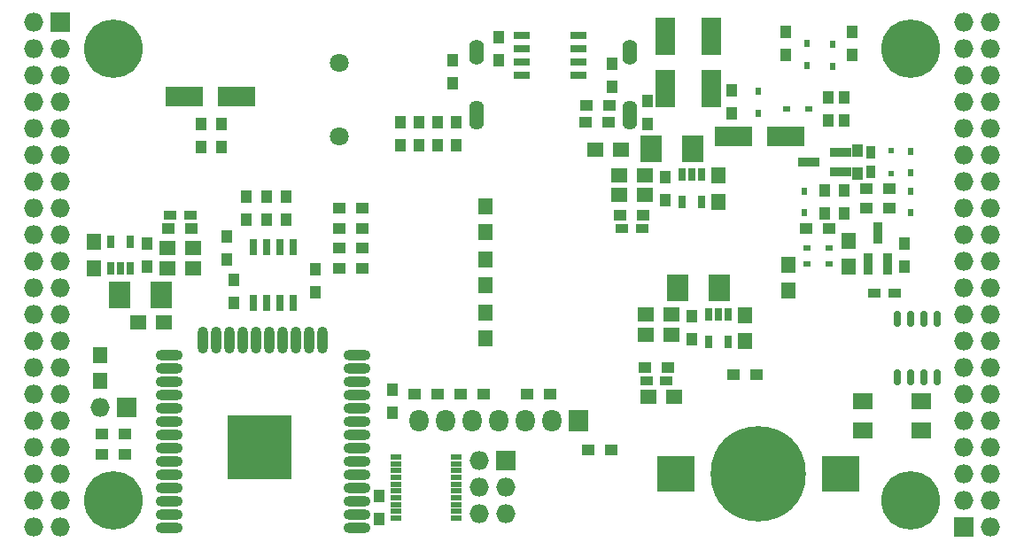
<source format=gbs>
G04 #@! TF.FileFunction,Soldermask,Bot*
%FSLAX46Y46*%
G04 Gerber Fmt 4.6, Leading zero omitted, Abs format (unit mm)*
G04 Created by KiCad (PCBNEW 4.0.7+dfsg1-1) date Wed Oct  4 23:26:46 2017*
%MOMM*%
%LPD*%
G01*
G04 APERTURE LIST*
%ADD10C,0.100000*%
%ADD11R,1.900000X3.600000*%
%ADD12R,1.000000X1.300000*%
%ADD13R,2.100000X2.600000*%
%ADD14R,0.800000X1.300000*%
%ADD15R,1.350000X1.600000*%
%ADD16R,1.600000X1.350000*%
%ADD17O,0.709600X1.573200*%
%ADD18R,0.900000X2.000000*%
%ADD19R,2.000000X0.900000*%
%ADD20R,1.300000X0.850000*%
%ADD21R,0.850000X1.300000*%
%ADD22R,1.300000X1.000000*%
%ADD23R,0.700000X1.650000*%
%ADD24R,1.650000X0.700000*%
%ADD25O,2.600000X1.000000*%
%ADD26O,1.000000X2.600000*%
%ADD27R,6.100000X6.100000*%
%ADD28R,1.827200X1.827200*%
%ADD29O,1.827200X1.827200*%
%ADD30C,5.600000*%
%ADD31R,1.100000X0.500000*%
%ADD32R,1.827200X2.132000*%
%ADD33O,1.827200X2.132000*%
%ADD34R,3.600000X3.400000*%
%ADD35C,9.100000*%
%ADD36C,1.800000*%
%ADD37O,1.400000X2.800000*%
%ADD38O,1.400000X2.400000*%
%ADD39R,1.900000X1.500000*%
%ADD40R,0.600000X0.600000*%
%ADD41R,0.700000X0.550000*%
%ADD42R,0.550000X0.700000*%
%ADD43R,3.600000X1.900000*%
G04 APERTURE END LIST*
D10*
D11*
X155695000Y-69000000D03*
X155695000Y-64000000D03*
D12*
X154044000Y-72426000D03*
X154044000Y-70226000D03*
D13*
X160870000Y-88090000D03*
X156870000Y-88090000D03*
D14*
X159825000Y-90600000D03*
X160775000Y-90600000D03*
X161725000Y-90600000D03*
X161725000Y-93200000D03*
X159825000Y-93200000D03*
D13*
X158330000Y-74755000D03*
X154330000Y-74755000D03*
D14*
X157285000Y-77235000D03*
X158235000Y-77235000D03*
X159185000Y-77235000D03*
X159185000Y-79835000D03*
X157285000Y-79835000D03*
D13*
X103530000Y-88725000D03*
X107530000Y-88725000D03*
D14*
X104575000Y-86215000D03*
X103625000Y-86215000D03*
X102675000Y-86215000D03*
X102675000Y-83615000D03*
X104575000Y-83615000D03*
D15*
X101085000Y-83665000D03*
X101085000Y-86165000D03*
D16*
X153810000Y-90630000D03*
X156310000Y-90630000D03*
X153810000Y-92535000D03*
X156310000Y-92535000D03*
D15*
X163315000Y-93150000D03*
X163315000Y-90650000D03*
D16*
X151270000Y-79200000D03*
X153770000Y-79200000D03*
X151270000Y-77295000D03*
X153770000Y-77295000D03*
D15*
X160775000Y-79815000D03*
X160775000Y-77315000D03*
D16*
X110590000Y-84280000D03*
X108090000Y-84280000D03*
X110590000Y-86185000D03*
X108090000Y-86185000D03*
D17*
X181730000Y-96599000D03*
X180460000Y-96599000D03*
X179190000Y-96599000D03*
X177920000Y-96599000D03*
X177920000Y-91011000D03*
X179190000Y-91011000D03*
X180460000Y-91011000D03*
X181730000Y-91011000D03*
D15*
X173221000Y-86038000D03*
X173221000Y-83538000D03*
D18*
X176965000Y-85780000D03*
X175065000Y-85780000D03*
X176015000Y-82780000D03*
D19*
X172435000Y-75075000D03*
X172435000Y-76975000D03*
X169435000Y-76025000D03*
D20*
X153910000Y-96910000D03*
X155810000Y-96910000D03*
X151570000Y-82375000D03*
X153470000Y-82375000D03*
X110290000Y-81105000D03*
X108390000Y-81105000D03*
D21*
X175380000Y-75075000D03*
X175380000Y-76975000D03*
D22*
X169200000Y-82375000D03*
X171400000Y-82375000D03*
D12*
X172840000Y-80935000D03*
X172840000Y-78735000D03*
D22*
X177115000Y-80470000D03*
X174915000Y-80470000D03*
D12*
X174110000Y-74925000D03*
X174110000Y-77125000D03*
X178555000Y-83815000D03*
X178555000Y-86015000D03*
X113785000Y-83180000D03*
X113785000Y-85380000D03*
X170935000Y-80935000D03*
X170935000Y-78735000D03*
X128390000Y-107945000D03*
X128390000Y-110145000D03*
D22*
X150572000Y-103584000D03*
X148372000Y-103584000D03*
X177115000Y-78565000D03*
X174915000Y-78565000D03*
X153760000Y-95640000D03*
X155960000Y-95640000D03*
X110440000Y-82375000D03*
X108240000Y-82375000D03*
X151420000Y-81105000D03*
X153620000Y-81105000D03*
D12*
X158235000Y-90800000D03*
X158235000Y-93000000D03*
X106165000Y-86015000D03*
X106165000Y-83815000D03*
X155695000Y-77465000D03*
X155695000Y-79665000D03*
D22*
X126782000Y-86185000D03*
X124582000Y-86185000D03*
X126782000Y-84279000D03*
X124582000Y-84279000D03*
X126782000Y-82375000D03*
X124582000Y-82375000D03*
X126782000Y-80470000D03*
X124582000Y-80470000D03*
D12*
X130422000Y-74458000D03*
X130422000Y-72258000D03*
X132200000Y-74458000D03*
X132200000Y-72258000D03*
X133978000Y-74458000D03*
X133978000Y-72258000D03*
X135756000Y-74458000D03*
X135756000Y-72258000D03*
D23*
X116325000Y-84120000D03*
X117595000Y-84120000D03*
X118865000Y-84120000D03*
X120135000Y-84120000D03*
X120135000Y-89520000D03*
X118865000Y-89520000D03*
X117595000Y-89520000D03*
X116325000Y-89520000D03*
D20*
X175700000Y-88598000D03*
X177600000Y-88598000D03*
D24*
X141980000Y-67705000D03*
X141980000Y-66435000D03*
X141980000Y-65165000D03*
X141980000Y-63895000D03*
X147380000Y-63895000D03*
X147380000Y-65165000D03*
X147380000Y-66435000D03*
X147380000Y-67705000D03*
D25*
X126260434Y-111030338D03*
X126260434Y-109760338D03*
X126260434Y-108490338D03*
X126260434Y-107220338D03*
X126260434Y-105950338D03*
X126260434Y-104680338D03*
X126260434Y-103410338D03*
X126260434Y-102140338D03*
X126260434Y-100870338D03*
X126260434Y-99600338D03*
X126260434Y-98330338D03*
X126260434Y-97060338D03*
X126260434Y-95790338D03*
X126260434Y-94520338D03*
D26*
X122975434Y-93030338D03*
X121705434Y-93030338D03*
X120435434Y-93030338D03*
X119165434Y-93030338D03*
X117895434Y-93030338D03*
X116625434Y-93030338D03*
X115355434Y-93030338D03*
X114085434Y-93030338D03*
X112815434Y-93030338D03*
X111545434Y-93030338D03*
D25*
X108260434Y-94520338D03*
X108260434Y-95790338D03*
X108260434Y-97060338D03*
X108260434Y-98330338D03*
X108260434Y-99600338D03*
X108260434Y-100870338D03*
X108260434Y-102140338D03*
X108260434Y-103410338D03*
X108260434Y-104680338D03*
X108260434Y-105950338D03*
X108260434Y-107220338D03*
X108260434Y-108490338D03*
X108260434Y-109760338D03*
X108260434Y-111030338D03*
D27*
X116960434Y-103330338D03*
D28*
X97910000Y-62690000D03*
D29*
X95370000Y-62690000D03*
X97910000Y-65230000D03*
X95370000Y-65230000D03*
X97910000Y-67770000D03*
X95370000Y-67770000D03*
X97910000Y-70310000D03*
X95370000Y-70310000D03*
X97910000Y-72850000D03*
X95370000Y-72850000D03*
X97910000Y-75390000D03*
X95370000Y-75390000D03*
X97910000Y-77930000D03*
X95370000Y-77930000D03*
X97910000Y-80470000D03*
X95370000Y-80470000D03*
X97910000Y-83010000D03*
X95370000Y-83010000D03*
X97910000Y-85550000D03*
X95370000Y-85550000D03*
X97910000Y-88090000D03*
X95370000Y-88090000D03*
X97910000Y-90630000D03*
X95370000Y-90630000D03*
X97910000Y-93170000D03*
X95370000Y-93170000D03*
X97910000Y-95710000D03*
X95370000Y-95710000D03*
X97910000Y-98250000D03*
X95370000Y-98250000D03*
X97910000Y-100790000D03*
X95370000Y-100790000D03*
X97910000Y-103330000D03*
X95370000Y-103330000D03*
X97910000Y-105870000D03*
X95370000Y-105870000D03*
X97910000Y-108410000D03*
X95370000Y-108410000D03*
X97910000Y-110950000D03*
X95370000Y-110950000D03*
D28*
X184270000Y-110950000D03*
D29*
X186810000Y-110950000D03*
X184270000Y-108410000D03*
X186810000Y-108410000D03*
X184270000Y-105870000D03*
X186810000Y-105870000D03*
X184270000Y-103330000D03*
X186810000Y-103330000D03*
X184270000Y-100790000D03*
X186810000Y-100790000D03*
X184270000Y-98250000D03*
X186810000Y-98250000D03*
X184270000Y-95710000D03*
X186810000Y-95710000D03*
X184270000Y-93170000D03*
X186810000Y-93170000D03*
X184270000Y-90630000D03*
X186810000Y-90630000D03*
X184270000Y-88090000D03*
X186810000Y-88090000D03*
X184270000Y-85550000D03*
X186810000Y-85550000D03*
X184270000Y-83010000D03*
X186810000Y-83010000D03*
X184270000Y-80470000D03*
X186810000Y-80470000D03*
X184270000Y-77930000D03*
X186810000Y-77930000D03*
X184270000Y-75390000D03*
X186810000Y-75390000D03*
X184270000Y-72850000D03*
X186810000Y-72850000D03*
X184270000Y-70310000D03*
X186810000Y-70310000D03*
X184270000Y-67770000D03*
X186810000Y-67770000D03*
X184270000Y-65230000D03*
X186810000Y-65230000D03*
X184270000Y-62690000D03*
X186810000Y-62690000D03*
D30*
X102990000Y-108410000D03*
X179190000Y-108410000D03*
X179190000Y-65230000D03*
X102990000Y-65230000D03*
D12*
X162045000Y-71410000D03*
X162045000Y-69210000D03*
X139820000Y-66330000D03*
X139820000Y-64130000D03*
X135375000Y-68532000D03*
X135375000Y-66332000D03*
X150615000Y-68870000D03*
X150615000Y-66670000D03*
D22*
X150275000Y-72215000D03*
X148075000Y-72215000D03*
X150380000Y-70600000D03*
X148180000Y-70600000D03*
D31*
X135735000Y-104215000D03*
X135735000Y-104865000D03*
X135735000Y-105515000D03*
X135735000Y-106165000D03*
X135735000Y-106815000D03*
X135735000Y-107465000D03*
X135735000Y-108115000D03*
X135735000Y-108765000D03*
X135735000Y-109415000D03*
X135735000Y-110065000D03*
X129935000Y-110065000D03*
X129935000Y-109415000D03*
X129935000Y-108765000D03*
X129935000Y-108115000D03*
X129935000Y-107465000D03*
X129935000Y-106815000D03*
X129935000Y-106165000D03*
X129935000Y-105515000D03*
X129935000Y-104865000D03*
X129935000Y-104215000D03*
D12*
X119500000Y-79370000D03*
X119500000Y-81570000D03*
X114480000Y-89500000D03*
X114480000Y-87300000D03*
X129660000Y-99985000D03*
X129660000Y-97785000D03*
X117595000Y-79370000D03*
X117595000Y-81570000D03*
X122280000Y-86300000D03*
X122280000Y-88500000D03*
X115690000Y-79370000D03*
X115690000Y-81570000D03*
D22*
X144730000Y-98250000D03*
X142530000Y-98250000D03*
X138380000Y-98250000D03*
X136180000Y-98250000D03*
X133935000Y-98250000D03*
X131735000Y-98250000D03*
X101890000Y-103965000D03*
X104090000Y-103965000D03*
D28*
X104260000Y-99520000D03*
D29*
X101720000Y-99520000D03*
D22*
X101890000Y-102060000D03*
X104090000Y-102060000D03*
D15*
X167506000Y-88324000D03*
X167506000Y-85824000D03*
D22*
X164415000Y-96345000D03*
X162215000Y-96345000D03*
D12*
X167252000Y-65822000D03*
X167252000Y-63622000D03*
D28*
X140455000Y-104600000D03*
D29*
X137915000Y-104600000D03*
X140455000Y-107140000D03*
X137915000Y-107140000D03*
X140455000Y-109680000D03*
X137915000Y-109680000D03*
D15*
X138550000Y-90396000D03*
X138550000Y-92896000D03*
X138550000Y-82736000D03*
X138550000Y-80236000D03*
X138550000Y-85316000D03*
X138550000Y-87816000D03*
X101720000Y-94460000D03*
X101720000Y-96960000D03*
D12*
X113277000Y-74585000D03*
X113277000Y-72385000D03*
X111372000Y-74585000D03*
X111372000Y-72385000D03*
X172840000Y-72045000D03*
X172840000Y-69845000D03*
X171316000Y-72045000D03*
X171316000Y-69845000D03*
D32*
X147440000Y-100790000D03*
D33*
X144900000Y-100790000D03*
X142360000Y-100790000D03*
X139820000Y-100790000D03*
X137280000Y-100790000D03*
X134740000Y-100790000D03*
X132200000Y-100790000D03*
D34*
X172485000Y-105870000D03*
X156685000Y-105870000D03*
D35*
X164585000Y-105870000D03*
D36*
X124580000Y-66540000D03*
X124580000Y-73540000D03*
D37*
X152280000Y-71550000D03*
X137680000Y-71550000D03*
D38*
X137680000Y-65500000D03*
X152280000Y-65500000D03*
D39*
X180212000Y-98882000D03*
X174612000Y-98882000D03*
X174612000Y-101682000D03*
X180212000Y-101682000D03*
D40*
X177285000Y-74925000D03*
X177285000Y-77125000D03*
D41*
X169250000Y-84280000D03*
X171350000Y-84280000D03*
D42*
X179190000Y-80885000D03*
X179190000Y-78785000D03*
X169030000Y-80885000D03*
X169030000Y-78785000D03*
D41*
X171350000Y-85804000D03*
X169250000Y-85804000D03*
D42*
X179190000Y-77075000D03*
X179190000Y-74975000D03*
D41*
X167345000Y-70945000D03*
X169445000Y-70945000D03*
D42*
X164585000Y-69260000D03*
X164585000Y-71360000D03*
X169284000Y-66788000D03*
X169284000Y-64688000D03*
X171697000Y-66881000D03*
X171697000Y-64781000D03*
D43*
X109761000Y-69802000D03*
X114761000Y-69802000D03*
X167212000Y-73612000D03*
X162212000Y-73612000D03*
D11*
X160140000Y-64000000D03*
X160140000Y-69000000D03*
D16*
X154064000Y-98504000D03*
X156564000Y-98504000D03*
X107796000Y-91392000D03*
X105296000Y-91392000D03*
X151484000Y-74882000D03*
X148984000Y-74882000D03*
D12*
X173602000Y-65822000D03*
X173602000Y-63622000D03*
M02*

</source>
